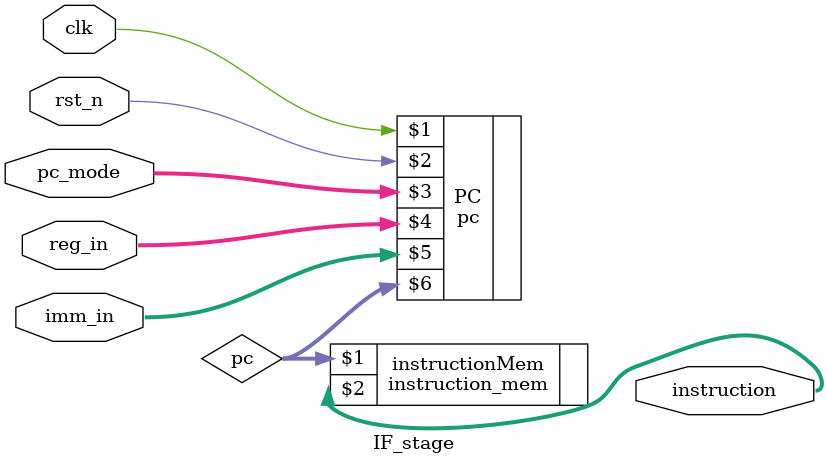
<source format=sv>
module IF_stage(clk, rst_n, pc_mode, reg_in, imm_in, instruction);


// IF pipeline stage for the 554 CPU


////////////////////////////////////////////////////////////////////////////////


// I/O
input [31:0] reg_in, imm_in; // input values from registers or immediates
input [1:0] pc_mode; // control signal for the pc (dictates how it is updated)
		     // STALL = 00: pc <- pc
		     // NORMAL = 01: pc <- pc + 1
		     // REGISTER = 10: pc <- reg_in
		     // IMMEDIATE = 11: pc <- imm_in
input clk, rst_n;
output [31:0] instruction; // instruction read from the instruction memory ROM

// Internal Sigs
wire [31:0] pc; // current pc value

////////////////////////////////////////////////////////////////////////////////


// Instantiated Modules
instruction_mem instructionMem(pc, instruction);
pc PC(clk, rst_n, pc_mode, reg_in, imm_in, pc);


endmodule

</source>
